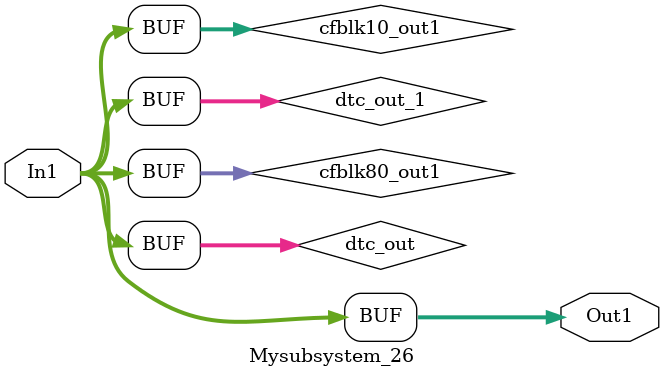
<source format=v>



`timescale 1 ns / 1 ns

module Mysubsystem_26
          (In1,
           Out1);


  input   [7:0] In1;  // uint8
  output  [7:0] Out1;  // uint8


  wire [7:0] dtc_out;  // ufix8
  wire [7:0] cfblk80_out1;  // uint8
  wire [7:0] dtc_out_1;  // ufix8
  wire [7:0] cfblk10_out1;  // uint8


  assign dtc_out = In1;



  assign cfblk80_out1 = dtc_out;



  assign dtc_out_1 = cfblk80_out1;



  assign cfblk10_out1 = dtc_out_1;



  assign Out1 = cfblk10_out1;

endmodule  // Mysubsystem_26


</source>
